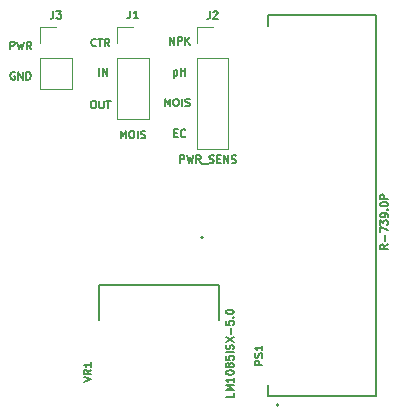
<source format=gbr>
%TF.GenerationSoftware,KiCad,Pcbnew,(6.0.5)*%
%TF.CreationDate,2023-06-19T12:11:45+02:00*%
%TF.ProjectId,PCB_Suelo,5043425f-5375-4656-9c6f-2e6b69636164,rev?*%
%TF.SameCoordinates,Original*%
%TF.FileFunction,Legend,Top*%
%TF.FilePolarity,Positive*%
%FSLAX46Y46*%
G04 Gerber Fmt 4.6, Leading zero omitted, Abs format (unit mm)*
G04 Created by KiCad (PCBNEW (6.0.5)) date 2023-06-19 12:11:45*
%MOMM*%
%LPD*%
G01*
G04 APERTURE LIST*
%ADD10C,0.150000*%
%ADD11C,0.127000*%
%ADD12C,0.200000*%
%ADD13C,0.120000*%
G04 APERTURE END LIST*
D10*
X117133333Y-40004047D02*
X117133333Y-39354047D01*
X117380952Y-39354047D01*
X117442857Y-39385000D01*
X117473809Y-39415952D01*
X117504761Y-39477857D01*
X117504761Y-39570714D01*
X117473809Y-39632619D01*
X117442857Y-39663571D01*
X117380952Y-39694523D01*
X117133333Y-39694523D01*
X117721428Y-39354047D02*
X117876190Y-40004047D01*
X118000000Y-39539761D01*
X118123809Y-40004047D01*
X118278571Y-39354047D01*
X118897619Y-40004047D02*
X118680952Y-39694523D01*
X118526190Y-40004047D02*
X118526190Y-39354047D01*
X118773809Y-39354047D01*
X118835714Y-39385000D01*
X118866666Y-39415952D01*
X118897619Y-39477857D01*
X118897619Y-39570714D01*
X118866666Y-39632619D01*
X118835714Y-39663571D01*
X118773809Y-39694523D01*
X118526190Y-39694523D01*
X124378571Y-39692142D02*
X124347619Y-39723095D01*
X124254761Y-39754047D01*
X124192857Y-39754047D01*
X124100000Y-39723095D01*
X124038095Y-39661190D01*
X124007142Y-39599285D01*
X123976190Y-39475476D01*
X123976190Y-39382619D01*
X124007142Y-39258809D01*
X124038095Y-39196904D01*
X124100000Y-39135000D01*
X124192857Y-39104047D01*
X124254761Y-39104047D01*
X124347619Y-39135000D01*
X124378571Y-39165952D01*
X124564285Y-39104047D02*
X124935714Y-39104047D01*
X124750000Y-39754047D02*
X124750000Y-39104047D01*
X125523809Y-39754047D02*
X125307142Y-39444523D01*
X125152380Y-39754047D02*
X125152380Y-39104047D01*
X125400000Y-39104047D01*
X125461904Y-39135000D01*
X125492857Y-39165952D01*
X125523809Y-39227857D01*
X125523809Y-39320714D01*
X125492857Y-39382619D01*
X125461904Y-39413571D01*
X125400000Y-39444523D01*
X125152380Y-39444523D01*
X130970238Y-41790714D02*
X130970238Y-42440714D01*
X130970238Y-41821666D02*
X131032142Y-41790714D01*
X131155952Y-41790714D01*
X131217857Y-41821666D01*
X131248809Y-41852619D01*
X131279761Y-41914523D01*
X131279761Y-42100238D01*
X131248809Y-42162142D01*
X131217857Y-42193095D01*
X131155952Y-42224047D01*
X131032142Y-42224047D01*
X130970238Y-42193095D01*
X131558333Y-42224047D02*
X131558333Y-41574047D01*
X131558333Y-41883571D02*
X131929761Y-41883571D01*
X131929761Y-42224047D02*
X131929761Y-41574047D01*
X124100000Y-44354047D02*
X124223809Y-44354047D01*
X124285714Y-44385000D01*
X124347619Y-44446904D01*
X124378571Y-44570714D01*
X124378571Y-44787380D01*
X124347619Y-44911190D01*
X124285714Y-44973095D01*
X124223809Y-45004047D01*
X124100000Y-45004047D01*
X124038095Y-44973095D01*
X123976190Y-44911190D01*
X123945238Y-44787380D01*
X123945238Y-44570714D01*
X123976190Y-44446904D01*
X124038095Y-44385000D01*
X124100000Y-44354047D01*
X124657142Y-44354047D02*
X124657142Y-44880238D01*
X124688095Y-44942142D01*
X124719047Y-44973095D01*
X124780952Y-45004047D01*
X124904761Y-45004047D01*
X124966666Y-44973095D01*
X124997619Y-44942142D01*
X125028571Y-44880238D01*
X125028571Y-44354047D01*
X125245238Y-44354047D02*
X125616666Y-44354047D01*
X125430952Y-45004047D02*
X125430952Y-44354047D01*
X117504761Y-41960000D02*
X117442857Y-41929047D01*
X117350000Y-41929047D01*
X117257142Y-41960000D01*
X117195238Y-42021904D01*
X117164285Y-42083809D01*
X117133333Y-42207619D01*
X117133333Y-42300476D01*
X117164285Y-42424285D01*
X117195238Y-42486190D01*
X117257142Y-42548095D01*
X117350000Y-42579047D01*
X117411904Y-42579047D01*
X117504761Y-42548095D01*
X117535714Y-42517142D01*
X117535714Y-42300476D01*
X117411904Y-42300476D01*
X117814285Y-42579047D02*
X117814285Y-41929047D01*
X118185714Y-42579047D01*
X118185714Y-41929047D01*
X118495238Y-42579047D02*
X118495238Y-41929047D01*
X118650000Y-41929047D01*
X118742857Y-41960000D01*
X118804761Y-42021904D01*
X118835714Y-42083809D01*
X118866666Y-42207619D01*
X118866666Y-42300476D01*
X118835714Y-42424285D01*
X118804761Y-42486190D01*
X118742857Y-42548095D01*
X118650000Y-42579047D01*
X118495238Y-42579047D01*
X126478571Y-47554047D02*
X126478571Y-46904047D01*
X126695238Y-47368333D01*
X126911904Y-46904047D01*
X126911904Y-47554047D01*
X127345238Y-46904047D02*
X127469047Y-46904047D01*
X127530952Y-46935000D01*
X127592857Y-46996904D01*
X127623809Y-47120714D01*
X127623809Y-47337380D01*
X127592857Y-47461190D01*
X127530952Y-47523095D01*
X127469047Y-47554047D01*
X127345238Y-47554047D01*
X127283333Y-47523095D01*
X127221428Y-47461190D01*
X127190476Y-47337380D01*
X127190476Y-47120714D01*
X127221428Y-46996904D01*
X127283333Y-46935000D01*
X127345238Y-46904047D01*
X127902380Y-47554047D02*
X127902380Y-46904047D01*
X128180952Y-47523095D02*
X128273809Y-47554047D01*
X128428571Y-47554047D01*
X128490476Y-47523095D01*
X128521428Y-47492142D01*
X128552380Y-47430238D01*
X128552380Y-47368333D01*
X128521428Y-47306428D01*
X128490476Y-47275476D01*
X128428571Y-47244523D01*
X128304761Y-47213571D01*
X128242857Y-47182619D01*
X128211904Y-47151666D01*
X128180952Y-47089761D01*
X128180952Y-47027857D01*
X128211904Y-46965952D01*
X128242857Y-46935000D01*
X128304761Y-46904047D01*
X128459523Y-46904047D01*
X128552380Y-46935000D01*
X131482142Y-49624047D02*
X131482142Y-48974047D01*
X131729761Y-48974047D01*
X131791666Y-49005000D01*
X131822619Y-49035952D01*
X131853571Y-49097857D01*
X131853571Y-49190714D01*
X131822619Y-49252619D01*
X131791666Y-49283571D01*
X131729761Y-49314523D01*
X131482142Y-49314523D01*
X132070238Y-48974047D02*
X132225000Y-49624047D01*
X132348809Y-49159761D01*
X132472619Y-49624047D01*
X132627380Y-48974047D01*
X133246428Y-49624047D02*
X133029761Y-49314523D01*
X132875000Y-49624047D02*
X132875000Y-48974047D01*
X133122619Y-48974047D01*
X133184523Y-49005000D01*
X133215476Y-49035952D01*
X133246428Y-49097857D01*
X133246428Y-49190714D01*
X133215476Y-49252619D01*
X133184523Y-49283571D01*
X133122619Y-49314523D01*
X132875000Y-49314523D01*
X133370238Y-49685952D02*
X133865476Y-49685952D01*
X133989285Y-49593095D02*
X134082142Y-49624047D01*
X134236904Y-49624047D01*
X134298809Y-49593095D01*
X134329761Y-49562142D01*
X134360714Y-49500238D01*
X134360714Y-49438333D01*
X134329761Y-49376428D01*
X134298809Y-49345476D01*
X134236904Y-49314523D01*
X134113095Y-49283571D01*
X134051190Y-49252619D01*
X134020238Y-49221666D01*
X133989285Y-49159761D01*
X133989285Y-49097857D01*
X134020238Y-49035952D01*
X134051190Y-49005000D01*
X134113095Y-48974047D01*
X134267857Y-48974047D01*
X134360714Y-49005000D01*
X134639285Y-49283571D02*
X134855952Y-49283571D01*
X134948809Y-49624047D02*
X134639285Y-49624047D01*
X134639285Y-48974047D01*
X134948809Y-48974047D01*
X135227380Y-49624047D02*
X135227380Y-48974047D01*
X135598809Y-49624047D01*
X135598809Y-48974047D01*
X135877380Y-49593095D02*
X135970238Y-49624047D01*
X136125000Y-49624047D01*
X136186904Y-49593095D01*
X136217857Y-49562142D01*
X136248809Y-49500238D01*
X136248809Y-49438333D01*
X136217857Y-49376428D01*
X136186904Y-49345476D01*
X136125000Y-49314523D01*
X136001190Y-49283571D01*
X135939285Y-49252619D01*
X135908333Y-49221666D01*
X135877380Y-49159761D01*
X135877380Y-49097857D01*
X135908333Y-49035952D01*
X135939285Y-49005000D01*
X136001190Y-48974047D01*
X136155952Y-48974047D01*
X136248809Y-49005000D01*
X124659523Y-42254047D02*
X124659523Y-41604047D01*
X124969047Y-42254047D02*
X124969047Y-41604047D01*
X125340476Y-42254047D01*
X125340476Y-41604047D01*
X130614285Y-39624047D02*
X130614285Y-38974047D01*
X130985714Y-39624047D01*
X130985714Y-38974047D01*
X131295238Y-39624047D02*
X131295238Y-38974047D01*
X131542857Y-38974047D01*
X131604761Y-39005000D01*
X131635714Y-39035952D01*
X131666666Y-39097857D01*
X131666666Y-39190714D01*
X131635714Y-39252619D01*
X131604761Y-39283571D01*
X131542857Y-39314523D01*
X131295238Y-39314523D01*
X131945238Y-39624047D02*
X131945238Y-38974047D01*
X132316666Y-39624047D02*
X132038095Y-39252619D01*
X132316666Y-38974047D02*
X131945238Y-39345476D01*
X149094047Y-56519047D02*
X148784523Y-56735714D01*
X149094047Y-56890476D02*
X148444047Y-56890476D01*
X148444047Y-56642857D01*
X148475000Y-56580952D01*
X148505952Y-56550000D01*
X148567857Y-56519047D01*
X148660714Y-56519047D01*
X148722619Y-56550000D01*
X148753571Y-56580952D01*
X148784523Y-56642857D01*
X148784523Y-56890476D01*
X148846428Y-56240476D02*
X148846428Y-55745238D01*
X148444047Y-55497619D02*
X148444047Y-55064285D01*
X149094047Y-55342857D01*
X148444047Y-54878571D02*
X148444047Y-54476190D01*
X148691666Y-54692857D01*
X148691666Y-54600000D01*
X148722619Y-54538095D01*
X148753571Y-54507142D01*
X148815476Y-54476190D01*
X148970238Y-54476190D01*
X149032142Y-54507142D01*
X149063095Y-54538095D01*
X149094047Y-54600000D01*
X149094047Y-54785714D01*
X149063095Y-54847619D01*
X149032142Y-54878571D01*
X149094047Y-54166666D02*
X149094047Y-54042857D01*
X149063095Y-53980952D01*
X149032142Y-53950000D01*
X148939285Y-53888095D01*
X148815476Y-53857142D01*
X148567857Y-53857142D01*
X148505952Y-53888095D01*
X148475000Y-53919047D01*
X148444047Y-53980952D01*
X148444047Y-54104761D01*
X148475000Y-54166666D01*
X148505952Y-54197619D01*
X148567857Y-54228571D01*
X148722619Y-54228571D01*
X148784523Y-54197619D01*
X148815476Y-54166666D01*
X148846428Y-54104761D01*
X148846428Y-53980952D01*
X148815476Y-53919047D01*
X148784523Y-53888095D01*
X148722619Y-53857142D01*
X149032142Y-53578571D02*
X149063095Y-53547619D01*
X149094047Y-53578571D01*
X149063095Y-53609523D01*
X149032142Y-53578571D01*
X149094047Y-53578571D01*
X148444047Y-53145238D02*
X148444047Y-53083333D01*
X148475000Y-53021428D01*
X148505952Y-52990476D01*
X148567857Y-52959523D01*
X148691666Y-52928571D01*
X148846428Y-52928571D01*
X148970238Y-52959523D01*
X149032142Y-52990476D01*
X149063095Y-53021428D01*
X149094047Y-53083333D01*
X149094047Y-53145238D01*
X149063095Y-53207142D01*
X149032142Y-53238095D01*
X148970238Y-53269047D01*
X148846428Y-53300000D01*
X148691666Y-53300000D01*
X148567857Y-53269047D01*
X148505952Y-53238095D01*
X148475000Y-53207142D01*
X148444047Y-53145238D01*
X149094047Y-52650000D02*
X148444047Y-52650000D01*
X148444047Y-52402380D01*
X148475000Y-52340476D01*
X148505952Y-52309523D01*
X148567857Y-52278571D01*
X148660714Y-52278571D01*
X148722619Y-52309523D01*
X148753571Y-52340476D01*
X148784523Y-52402380D01*
X148784523Y-52650000D01*
X130228571Y-44824047D02*
X130228571Y-44174047D01*
X130445238Y-44638333D01*
X130661904Y-44174047D01*
X130661904Y-44824047D01*
X131095238Y-44174047D02*
X131219047Y-44174047D01*
X131280952Y-44205000D01*
X131342857Y-44266904D01*
X131373809Y-44390714D01*
X131373809Y-44607380D01*
X131342857Y-44731190D01*
X131280952Y-44793095D01*
X131219047Y-44824047D01*
X131095238Y-44824047D01*
X131033333Y-44793095D01*
X130971428Y-44731190D01*
X130940476Y-44607380D01*
X130940476Y-44390714D01*
X130971428Y-44266904D01*
X131033333Y-44205000D01*
X131095238Y-44174047D01*
X131652380Y-44824047D02*
X131652380Y-44174047D01*
X131930952Y-44793095D02*
X132023809Y-44824047D01*
X132178571Y-44824047D01*
X132240476Y-44793095D01*
X132271428Y-44762142D01*
X132302380Y-44700238D01*
X132302380Y-44638333D01*
X132271428Y-44576428D01*
X132240476Y-44545476D01*
X132178571Y-44514523D01*
X132054761Y-44483571D01*
X131992857Y-44452619D01*
X131961904Y-44421666D01*
X131930952Y-44359761D01*
X131930952Y-44297857D01*
X131961904Y-44235952D01*
X131992857Y-44205000D01*
X132054761Y-44174047D01*
X132209523Y-44174047D01*
X132302380Y-44205000D01*
X130985714Y-47083571D02*
X131202380Y-47083571D01*
X131295238Y-47424047D02*
X130985714Y-47424047D01*
X130985714Y-46774047D01*
X131295238Y-46774047D01*
X131945238Y-47362142D02*
X131914285Y-47393095D01*
X131821428Y-47424047D01*
X131759523Y-47424047D01*
X131666666Y-47393095D01*
X131604761Y-47331190D01*
X131573809Y-47269285D01*
X131542857Y-47145476D01*
X131542857Y-47052619D01*
X131573809Y-46928809D01*
X131604761Y-46866904D01*
X131666666Y-46805000D01*
X131759523Y-46774047D01*
X131821428Y-46774047D01*
X131914285Y-46805000D01*
X131945238Y-46835952D01*
X136044047Y-69108333D02*
X136044047Y-69417857D01*
X135394047Y-69417857D01*
X136044047Y-68891666D02*
X135394047Y-68891666D01*
X135858333Y-68675000D01*
X135394047Y-68458333D01*
X136044047Y-68458333D01*
X136044047Y-67808333D02*
X136044047Y-68179761D01*
X136044047Y-67994047D02*
X135394047Y-67994047D01*
X135486904Y-68055952D01*
X135548809Y-68117857D01*
X135579761Y-68179761D01*
X135394047Y-67405952D02*
X135394047Y-67344047D01*
X135425000Y-67282142D01*
X135455952Y-67251190D01*
X135517857Y-67220238D01*
X135641666Y-67189285D01*
X135796428Y-67189285D01*
X135920238Y-67220238D01*
X135982142Y-67251190D01*
X136013095Y-67282142D01*
X136044047Y-67344047D01*
X136044047Y-67405952D01*
X136013095Y-67467857D01*
X135982142Y-67498809D01*
X135920238Y-67529761D01*
X135796428Y-67560714D01*
X135641666Y-67560714D01*
X135517857Y-67529761D01*
X135455952Y-67498809D01*
X135425000Y-67467857D01*
X135394047Y-67405952D01*
X135672619Y-66817857D02*
X135641666Y-66879761D01*
X135610714Y-66910714D01*
X135548809Y-66941666D01*
X135517857Y-66941666D01*
X135455952Y-66910714D01*
X135425000Y-66879761D01*
X135394047Y-66817857D01*
X135394047Y-66694047D01*
X135425000Y-66632142D01*
X135455952Y-66601190D01*
X135517857Y-66570238D01*
X135548809Y-66570238D01*
X135610714Y-66601190D01*
X135641666Y-66632142D01*
X135672619Y-66694047D01*
X135672619Y-66817857D01*
X135703571Y-66879761D01*
X135734523Y-66910714D01*
X135796428Y-66941666D01*
X135920238Y-66941666D01*
X135982142Y-66910714D01*
X136013095Y-66879761D01*
X136044047Y-66817857D01*
X136044047Y-66694047D01*
X136013095Y-66632142D01*
X135982142Y-66601190D01*
X135920238Y-66570238D01*
X135796428Y-66570238D01*
X135734523Y-66601190D01*
X135703571Y-66632142D01*
X135672619Y-66694047D01*
X135394047Y-65982142D02*
X135394047Y-66291666D01*
X135703571Y-66322619D01*
X135672619Y-66291666D01*
X135641666Y-66229761D01*
X135641666Y-66075000D01*
X135672619Y-66013095D01*
X135703571Y-65982142D01*
X135765476Y-65951190D01*
X135920238Y-65951190D01*
X135982142Y-65982142D01*
X136013095Y-66013095D01*
X136044047Y-66075000D01*
X136044047Y-66229761D01*
X136013095Y-66291666D01*
X135982142Y-66322619D01*
X136044047Y-65672619D02*
X135394047Y-65672619D01*
X136013095Y-65394047D02*
X136044047Y-65301190D01*
X136044047Y-65146428D01*
X136013095Y-65084523D01*
X135982142Y-65053571D01*
X135920238Y-65022619D01*
X135858333Y-65022619D01*
X135796428Y-65053571D01*
X135765476Y-65084523D01*
X135734523Y-65146428D01*
X135703571Y-65270238D01*
X135672619Y-65332142D01*
X135641666Y-65363095D01*
X135579761Y-65394047D01*
X135517857Y-65394047D01*
X135455952Y-65363095D01*
X135425000Y-65332142D01*
X135394047Y-65270238D01*
X135394047Y-65115476D01*
X135425000Y-65022619D01*
X135394047Y-64805952D02*
X136044047Y-64372619D01*
X135394047Y-64372619D02*
X136044047Y-64805952D01*
X135796428Y-64125000D02*
X135796428Y-63629761D01*
X135394047Y-63010714D02*
X135394047Y-63320238D01*
X135703571Y-63351190D01*
X135672619Y-63320238D01*
X135641666Y-63258333D01*
X135641666Y-63103571D01*
X135672619Y-63041666D01*
X135703571Y-63010714D01*
X135765476Y-62979761D01*
X135920238Y-62979761D01*
X135982142Y-63010714D01*
X136013095Y-63041666D01*
X136044047Y-63103571D01*
X136044047Y-63258333D01*
X136013095Y-63320238D01*
X135982142Y-63351190D01*
X135982142Y-62701190D02*
X136013095Y-62670238D01*
X136044047Y-62701190D01*
X136013095Y-62732142D01*
X135982142Y-62701190D01*
X136044047Y-62701190D01*
X135394047Y-62267857D02*
X135394047Y-62205952D01*
X135425000Y-62144047D01*
X135455952Y-62113095D01*
X135517857Y-62082142D01*
X135641666Y-62051190D01*
X135796428Y-62051190D01*
X135920238Y-62082142D01*
X135982142Y-62113095D01*
X136013095Y-62144047D01*
X136044047Y-62205952D01*
X136044047Y-62267857D01*
X136013095Y-62329761D01*
X135982142Y-62360714D01*
X135920238Y-62391666D01*
X135796428Y-62422619D01*
X135641666Y-62422619D01*
X135517857Y-62391666D01*
X135455952Y-62360714D01*
X135425000Y-62329761D01*
X135394047Y-62267857D01*
%TO.C,VR1*%
X123342047Y-68161190D02*
X123992047Y-67944523D01*
X123342047Y-67727857D01*
X123992047Y-67139761D02*
X123682523Y-67356428D01*
X123992047Y-67511190D02*
X123342047Y-67511190D01*
X123342047Y-67263571D01*
X123373000Y-67201666D01*
X123403952Y-67170714D01*
X123465857Y-67139761D01*
X123558714Y-67139761D01*
X123620619Y-67170714D01*
X123651571Y-67201666D01*
X123682523Y-67263571D01*
X123682523Y-67511190D01*
X123992047Y-66520714D02*
X123992047Y-66892142D01*
X123992047Y-66706428D02*
X123342047Y-66706428D01*
X123434904Y-66768333D01*
X123496809Y-66830238D01*
X123527761Y-66892142D01*
%TO.C,PS1*%
X138470047Y-66739285D02*
X137820047Y-66739285D01*
X137820047Y-66491666D01*
X137851000Y-66429761D01*
X137881952Y-66398809D01*
X137943857Y-66367857D01*
X138036714Y-66367857D01*
X138098619Y-66398809D01*
X138129571Y-66429761D01*
X138160523Y-66491666D01*
X138160523Y-66739285D01*
X138439095Y-66120238D02*
X138470047Y-66027380D01*
X138470047Y-65872619D01*
X138439095Y-65810714D01*
X138408142Y-65779761D01*
X138346238Y-65748809D01*
X138284333Y-65748809D01*
X138222428Y-65779761D01*
X138191476Y-65810714D01*
X138160523Y-65872619D01*
X138129571Y-65996428D01*
X138098619Y-66058333D01*
X138067666Y-66089285D01*
X138005761Y-66120238D01*
X137943857Y-66120238D01*
X137881952Y-66089285D01*
X137851000Y-66058333D01*
X137820047Y-65996428D01*
X137820047Y-65841666D01*
X137851000Y-65748809D01*
X138470047Y-65129761D02*
X138470047Y-65501190D01*
X138470047Y-65315476D02*
X137820047Y-65315476D01*
X137912904Y-65377380D01*
X137974809Y-65439285D01*
X138005761Y-65501190D01*
%TO.C,J1*%
X127283333Y-36728047D02*
X127283333Y-37192333D01*
X127252380Y-37285190D01*
X127190476Y-37347095D01*
X127097619Y-37378047D01*
X127035714Y-37378047D01*
X127933333Y-37378047D02*
X127561904Y-37378047D01*
X127747619Y-37378047D02*
X127747619Y-36728047D01*
X127685714Y-36820904D01*
X127623809Y-36882809D01*
X127561904Y-36913761D01*
%TO.C,J2*%
X134033333Y-36774047D02*
X134033333Y-37238333D01*
X134002380Y-37331190D01*
X133940476Y-37393095D01*
X133847619Y-37424047D01*
X133785714Y-37424047D01*
X134311904Y-36835952D02*
X134342857Y-36805000D01*
X134404761Y-36774047D01*
X134559523Y-36774047D01*
X134621428Y-36805000D01*
X134652380Y-36835952D01*
X134683333Y-36897857D01*
X134683333Y-36959761D01*
X134652380Y-37052619D01*
X134280952Y-37424047D01*
X134683333Y-37424047D01*
%TO.C,J3*%
X120783333Y-36774047D02*
X120783333Y-37238333D01*
X120752380Y-37331190D01*
X120690476Y-37393095D01*
X120597619Y-37424047D01*
X120535714Y-37424047D01*
X121030952Y-36774047D02*
X121433333Y-36774047D01*
X121216666Y-37021666D01*
X121309523Y-37021666D01*
X121371428Y-37052619D01*
X121402380Y-37083571D01*
X121433333Y-37145476D01*
X121433333Y-37300238D01*
X121402380Y-37362142D01*
X121371428Y-37393095D01*
X121309523Y-37424047D01*
X121123809Y-37424047D01*
X121061904Y-37393095D01*
X121030952Y-37362142D01*
D11*
%TO.C,VR1*%
X134830000Y-59925000D02*
X134830000Y-62920000D01*
X124670000Y-62920000D02*
X124670000Y-59925000D01*
X124670000Y-59925000D02*
X134830000Y-59925000D01*
D12*
X133450000Y-55955000D02*
G75*
G03*
X133450000Y-55955000I-100000J0D01*
G01*
%TO.C,PS1*%
X139850000Y-70095000D02*
G75*
G03*
X139850000Y-70095000I-100000J0D01*
G01*
D11*
X138950000Y-69320000D02*
X148050000Y-69320000D01*
X148050000Y-69320000D02*
X148050000Y-37120000D01*
X148050000Y-37120000D02*
X138950000Y-37120000D01*
X138950000Y-68420000D02*
X138950000Y-69320000D01*
X138950000Y-38020000D02*
X138950000Y-37120000D01*
D13*
%TO.C,J1*%
X126170000Y-40730000D02*
X128830000Y-40730000D01*
X126170000Y-39460000D02*
X126170000Y-38130000D01*
X128830000Y-40730000D02*
X128830000Y-45870000D01*
X126170000Y-40730000D02*
X126170000Y-45870000D01*
X126170000Y-38130000D02*
X127500000Y-38130000D01*
X126170000Y-45870000D02*
X128830000Y-45870000D01*
%TO.C,J2*%
X132920000Y-40730000D02*
X135580000Y-40730000D01*
X132920000Y-40730000D02*
X132920000Y-48410000D01*
X132920000Y-48410000D02*
X135580000Y-48410000D01*
X132920000Y-39460000D02*
X132920000Y-38130000D01*
X135580000Y-40730000D02*
X135580000Y-48410000D01*
X132920000Y-38130000D02*
X134250000Y-38130000D01*
%TO.C,J3*%
X119670000Y-43330000D02*
X122330000Y-43330000D01*
X119670000Y-38130000D02*
X121000000Y-38130000D01*
X119670000Y-40730000D02*
X122330000Y-40730000D01*
X119670000Y-40730000D02*
X119670000Y-43330000D01*
X119670000Y-39460000D02*
X119670000Y-38130000D01*
X122330000Y-40730000D02*
X122330000Y-43330000D01*
%TD*%
M02*

</source>
